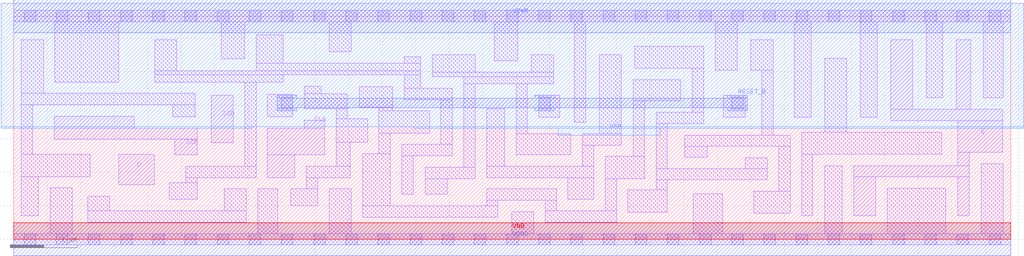
<source format=lef>
# Copyright 2020 The SkyWater PDK Authors
#
# Licensed under the Apache License, Version 2.0 (the "License");
# you may not use this file except in compliance with the License.
# You may obtain a copy of the License at
#
#     https://www.apache.org/licenses/LICENSE-2.0
#
# Unless required by applicable law or agreed to in writing, software
# distributed under the License is distributed on an "AS IS" BASIS,
# WITHOUT WARRANTIES OR CONDITIONS OF ANY KIND, either express or implied.
# See the License for the specific language governing permissions and
# limitations under the License.
#
# SPDX-License-Identifier: Apache-2.0

VERSION 5.7 ;
  NOWIREEXTENSIONATPIN ON ;
  DIVIDERCHAR "/" ;
  BUSBITCHARS "[]" ;
MACRO sky130_fd_sc_ms__sdfrtp_4
  CLASS CORE ;
  FOREIGN sky130_fd_sc_ms__sdfrtp_4 ;
  ORIGIN  0.000000  0.000000 ;
  SIZE  14.88000 BY  3.330000 ;
  SYMMETRY X Y R90 ;
  SITE unit ;
  PIN D
    ANTENNAGATEAREA  0.178200 ;
    DIRECTION INPUT ;
    USE SIGNAL ;
    PORT
      LAYER li1 ;
        RECT 1.565000 0.810000 2.100000 1.265000 ;
    END
  END D
  PIN Q
    ANTENNADIFFAREA  1.019200 ;
    DIRECTION OUTPUT ;
    USE SIGNAL ;
    PORT
      LAYER li1 ;
        RECT 12.535000 0.350000 12.865000 0.930000 ;
        RECT 12.535000 0.930000 14.255000 1.100000 ;
        RECT 13.085000 1.770000 14.755000 1.940000 ;
        RECT 13.085000 1.940000 13.415000 2.980000 ;
        RECT 14.065000 1.940000 14.280000 2.980000 ;
        RECT 14.085000 0.350000 14.255000 0.930000 ;
        RECT 14.085000 1.100000 14.255000 1.300000 ;
        RECT 14.085000 1.300000 14.755000 1.770000 ;
    END
  END Q
  PIN RESET_B
    ANTENNAGATEAREA  0.455400 ;
    DIRECTION INPUT ;
    USE SIGNAL ;
    PORT
      LAYER met1 ;
        RECT  3.935000 1.920000  4.225000 1.965000 ;
        RECT  3.935000 1.965000 10.945000 2.105000 ;
        RECT  3.935000 2.105000  4.225000 2.150000 ;
        RECT  7.775000 1.920000  8.065000 1.965000 ;
        RECT  7.775000 2.105000  8.065000 2.150000 ;
        RECT 10.655000 1.920000 10.945000 1.965000 ;
        RECT 10.655000 2.105000 10.945000 2.150000 ;
    END
  END RESET_B
  PIN SCD
    ANTENNAGATEAREA  0.178200 ;
    DIRECTION INPUT ;
    USE SIGNAL ;
    PORT
      LAYER li1 ;
        RECT 2.945000 1.440000 3.275000 2.150000 ;
    END
  END SCD
  PIN SCE
    ANTENNAGATEAREA  0.356400 ;
    DIRECTION INPUT ;
    USE SIGNAL ;
    PORT
      LAYER li1 ;
        RECT 0.605000 1.490000 2.735000 1.660000 ;
        RECT 0.605000 1.660000 1.795000 1.835000 ;
        RECT 2.405000 1.260000 2.735000 1.490000 ;
    END
  END SCE
  PIN CLK
    ANTENNAGATEAREA  0.312600 ;
    DIRECTION INPUT ;
    USE CLOCK ;
    PORT
      LAYER li1 ;
        RECT 3.785000 0.920000 4.195000 1.260000 ;
        RECT 3.785000 1.260000 4.640000 1.660000 ;
        RECT 4.335000 1.660000 4.640000 1.775000 ;
    END
  END CLK
  PIN VGND
    DIRECTION INOUT ;
    USE GROUND ;
    PORT
      LAYER met1 ;
        RECT 0.000000 -0.245000 14.880000 0.245000 ;
    END
  END VGND
  PIN VNB
    DIRECTION INOUT ;
    USE GROUND ;
    PORT
      LAYER pwell ;
        RECT 0.000000 0.000000 14.880000 0.245000 ;
    END
  END VNB
  PIN VPB
    DIRECTION INOUT ;
    USE POWER ;
    PORT
      LAYER nwell ;
        RECT -0.190000 1.660000  3.550000 1.675000 ;
        RECT -0.190000 1.675000 15.070000 3.520000 ;
        RECT  5.970000 1.660000 15.070000 1.675000 ;
        RECT  8.125000 1.555000  9.645000 1.660000 ;
    END
  END VPB
  PIN VPWR
    DIRECTION INOUT ;
    USE POWER ;
    PORT
      LAYER met1 ;
        RECT 0.000000 3.085000 14.880000 3.575000 ;
    END
  END VPWR
  OBS
    LAYER li1 ;
      RECT  0.000000 -0.085000 14.880000 0.085000 ;
      RECT  0.000000  3.245000 14.880000 3.415000 ;
      RECT  0.115000  0.350000  0.365000 0.935000 ;
      RECT  0.115000  0.935000  1.140000 1.265000 ;
      RECT  0.115000  1.265000  0.285000 2.005000 ;
      RECT  0.115000  2.005000  2.705000 2.175000 ;
      RECT  0.115000  2.175000  0.445000 2.980000 ;
      RECT  0.545000  0.085000  0.875000 0.765000 ;
      RECT  0.615000  2.345000  1.565000 3.245000 ;
      RECT  1.105000  0.255000  3.470000 0.425000 ;
      RECT  1.105000  0.425000  1.435000 0.640000 ;
      RECT  2.105000  2.345000  4.020000 2.455000 ;
      RECT  2.105000  2.455000  6.075000 2.515000 ;
      RECT  2.105000  2.515000  2.435000 2.980000 ;
      RECT  2.320000  0.595000  2.735000 0.845000 ;
      RECT  2.375000  1.830000  2.705000 2.005000 ;
      RECT  2.565000  0.845000  2.735000 0.920000 ;
      RECT  2.565000  0.920000  3.615000 1.090000 ;
      RECT  3.095000  2.690000  3.450000 3.245000 ;
      RECT  3.140000  0.425000  3.470000 0.750000 ;
      RECT  3.445000  1.090000  3.615000 2.345000 ;
      RECT  3.620000  2.515000  6.075000 2.625000 ;
      RECT  3.620000  2.625000  4.020000 3.055000 ;
      RECT  3.640000  0.085000  3.940000 0.750000 ;
      RECT  3.785000  1.830000  4.165000 2.160000 ;
      RECT  4.135000  0.500000  4.535000 0.750000 ;
      RECT  4.335000  1.945000  4.980000 2.170000 ;
      RECT  4.335000  2.170000  4.585000 2.285000 ;
      RECT  4.365000  0.750000  4.535000 0.920000 ;
      RECT  4.365000  0.920000  5.020000 1.090000 ;
      RECT  4.705000  0.085000  5.035000 0.750000 ;
      RECT  4.705000  2.795000  5.035000 3.245000 ;
      RECT  4.810000  1.090000  5.020000 1.445000 ;
      RECT  4.810000  1.445000  5.280000 1.800000 ;
      RECT  4.810000  1.800000  4.980000 1.945000 ;
      RECT  5.155000  1.970000  5.655000 2.275000 ;
      RECT  5.205000  0.330000  7.225000 0.500000 ;
      RECT  5.205000  0.500000  5.620000 1.275000 ;
      RECT  5.450000  1.275000  5.620000 1.585000 ;
      RECT  5.450000  1.585000  6.205000 1.915000 ;
      RECT  5.450000  1.915000  5.655000 1.970000 ;
      RECT  5.790000  0.670000  5.960000 1.245000 ;
      RECT  5.790000  1.245000  6.545000 1.415000 ;
      RECT  5.825000  2.085000  6.545000 2.255000 ;
      RECT  5.825000  2.255000  6.075000 2.455000 ;
      RECT  5.825000  2.625000  6.075000 2.725000 ;
      RECT  6.140000  0.670000  6.470000 0.905000 ;
      RECT  6.140000  0.905000  6.885000 1.075000 ;
      RECT  6.245000  2.425000  8.055000 2.490000 ;
      RECT  6.245000  2.490000  6.885000 2.755000 ;
      RECT  6.375000  1.415000  6.545000 2.085000 ;
      RECT  6.715000  1.075000  6.885000 2.320000 ;
      RECT  6.715000  2.320000  8.055000 2.425000 ;
      RECT  7.055000  0.500000  7.225000 0.580000 ;
      RECT  7.055000  0.580000  8.100000 0.750000 ;
      RECT  7.055000  0.920000  8.655000 1.090000 ;
      RECT  7.055000  1.090000  7.325000 1.945000 ;
      RECT  7.170000  2.660000  7.520000 3.245000 ;
      RECT  7.430000  0.085000  7.760000 0.410000 ;
      RECT  7.495000  1.260000  8.315000 1.575000 ;
      RECT  7.495000  1.575000  7.665000 2.320000 ;
      RECT  7.725000  2.490000  8.055000 2.755000 ;
      RECT  7.835000  1.820000  8.145000 2.150000 ;
      RECT  7.930000  0.255000  8.995000 0.425000 ;
      RECT  7.930000  0.425000  8.100000 0.580000 ;
      RECT  8.270000  0.595000  8.655000 0.920000 ;
      RECT  8.365000  1.745000  8.535000 3.245000 ;
      RECT  8.485000  1.090000  8.655000 1.405000 ;
      RECT  8.485000  1.405000  9.065000 1.575000 ;
      RECT  8.735000  1.575000  9.065000 2.755000 ;
      RECT  8.825000  0.425000  8.995000 0.905000 ;
      RECT  8.825000  0.905000  9.415000 1.235000 ;
      RECT  9.165000  0.405000  9.755000 0.735000 ;
      RECT  9.245000  1.235000  9.415000 2.065000 ;
      RECT  9.245000  2.065000  9.955000 2.380000 ;
      RECT  9.270000  2.550000 10.295000 2.880000 ;
      RECT  9.585000  0.735000  9.755000 0.885000 ;
      RECT  9.585000  0.885000 11.245000 1.055000 ;
      RECT  9.585000  1.055000  9.755000 1.725000 ;
      RECT  9.585000  1.725000 10.295000 1.895000 ;
      RECT 10.015000  1.225000 10.345000 1.385000 ;
      RECT 10.015000  1.385000 11.585000 1.555000 ;
      RECT 10.125000  1.895000 10.295000 2.550000 ;
      RECT 10.140000  0.085000 10.580000 0.680000 ;
      RECT 10.465000  2.520000 10.795000 3.245000 ;
      RECT 10.585000  1.820000 10.915000 2.150000 ;
      RECT 10.915000  1.055000 11.245000 1.215000 ;
      RECT 11.000000  2.520000 11.330000 2.980000 ;
      RECT 11.040000  0.385000 11.585000 0.715000 ;
      RECT 11.160000  1.555000 11.330000 2.520000 ;
      RECT 11.415000  0.715000 11.585000 1.385000 ;
      RECT 11.650000  1.820000 11.900000 3.245000 ;
      RECT 11.755000  0.350000 11.925000 1.270000 ;
      RECT 11.755000  1.270000 13.850000 1.600000 ;
      RECT 12.100000  1.600000 12.430000 2.700000 ;
      RECT 12.105000  0.085000 12.365000 1.100000 ;
      RECT 12.635000  1.820000 12.885000 3.245000 ;
      RECT 13.035000  0.085000 13.905000 0.760000 ;
      RECT 13.615000  2.110000 13.865000 3.245000 ;
      RECT 14.435000  0.085000 14.765000 1.130000 ;
      RECT 14.470000  2.110000 14.765000 3.245000 ;
    LAYER mcon ;
      RECT  0.155000 -0.085000  0.325000 0.085000 ;
      RECT  0.155000  3.245000  0.325000 3.415000 ;
      RECT  0.635000 -0.085000  0.805000 0.085000 ;
      RECT  0.635000  3.245000  0.805000 3.415000 ;
      RECT  1.115000 -0.085000  1.285000 0.085000 ;
      RECT  1.115000  3.245000  1.285000 3.415000 ;
      RECT  1.595000 -0.085000  1.765000 0.085000 ;
      RECT  1.595000  3.245000  1.765000 3.415000 ;
      RECT  2.075000 -0.085000  2.245000 0.085000 ;
      RECT  2.075000  3.245000  2.245000 3.415000 ;
      RECT  2.555000 -0.085000  2.725000 0.085000 ;
      RECT  2.555000  3.245000  2.725000 3.415000 ;
      RECT  3.035000 -0.085000  3.205000 0.085000 ;
      RECT  3.035000  3.245000  3.205000 3.415000 ;
      RECT  3.515000 -0.085000  3.685000 0.085000 ;
      RECT  3.515000  3.245000  3.685000 3.415000 ;
      RECT  3.995000 -0.085000  4.165000 0.085000 ;
      RECT  3.995000  1.950000  4.165000 2.120000 ;
      RECT  3.995000  3.245000  4.165000 3.415000 ;
      RECT  4.475000 -0.085000  4.645000 0.085000 ;
      RECT  4.475000  3.245000  4.645000 3.415000 ;
      RECT  4.955000 -0.085000  5.125000 0.085000 ;
      RECT  4.955000  3.245000  5.125000 3.415000 ;
      RECT  5.435000 -0.085000  5.605000 0.085000 ;
      RECT  5.435000  3.245000  5.605000 3.415000 ;
      RECT  5.915000 -0.085000  6.085000 0.085000 ;
      RECT  5.915000  3.245000  6.085000 3.415000 ;
      RECT  6.395000 -0.085000  6.565000 0.085000 ;
      RECT  6.395000  3.245000  6.565000 3.415000 ;
      RECT  6.875000 -0.085000  7.045000 0.085000 ;
      RECT  6.875000  3.245000  7.045000 3.415000 ;
      RECT  7.355000 -0.085000  7.525000 0.085000 ;
      RECT  7.355000  3.245000  7.525000 3.415000 ;
      RECT  7.835000 -0.085000  8.005000 0.085000 ;
      RECT  7.835000  1.950000  8.005000 2.120000 ;
      RECT  7.835000  3.245000  8.005000 3.415000 ;
      RECT  8.315000 -0.085000  8.485000 0.085000 ;
      RECT  8.315000  3.245000  8.485000 3.415000 ;
      RECT  8.795000 -0.085000  8.965000 0.085000 ;
      RECT  8.795000  3.245000  8.965000 3.415000 ;
      RECT  9.275000 -0.085000  9.445000 0.085000 ;
      RECT  9.275000  3.245000  9.445000 3.415000 ;
      RECT  9.755000 -0.085000  9.925000 0.085000 ;
      RECT  9.755000  3.245000  9.925000 3.415000 ;
      RECT 10.235000 -0.085000 10.405000 0.085000 ;
      RECT 10.235000  3.245000 10.405000 3.415000 ;
      RECT 10.715000 -0.085000 10.885000 0.085000 ;
      RECT 10.715000  1.950000 10.885000 2.120000 ;
      RECT 10.715000  3.245000 10.885000 3.415000 ;
      RECT 11.195000 -0.085000 11.365000 0.085000 ;
      RECT 11.195000  3.245000 11.365000 3.415000 ;
      RECT 11.675000 -0.085000 11.845000 0.085000 ;
      RECT 11.675000  3.245000 11.845000 3.415000 ;
      RECT 12.155000 -0.085000 12.325000 0.085000 ;
      RECT 12.155000  3.245000 12.325000 3.415000 ;
      RECT 12.635000 -0.085000 12.805000 0.085000 ;
      RECT 12.635000  3.245000 12.805000 3.415000 ;
      RECT 13.115000 -0.085000 13.285000 0.085000 ;
      RECT 13.115000  3.245000 13.285000 3.415000 ;
      RECT 13.595000 -0.085000 13.765000 0.085000 ;
      RECT 13.595000  3.245000 13.765000 3.415000 ;
      RECT 14.075000 -0.085000 14.245000 0.085000 ;
      RECT 14.075000  3.245000 14.245000 3.415000 ;
      RECT 14.555000 -0.085000 14.725000 0.085000 ;
      RECT 14.555000  3.245000 14.725000 3.415000 ;
  END
END sky130_fd_sc_ms__sdfrtp_4
END LIBRARY

</source>
